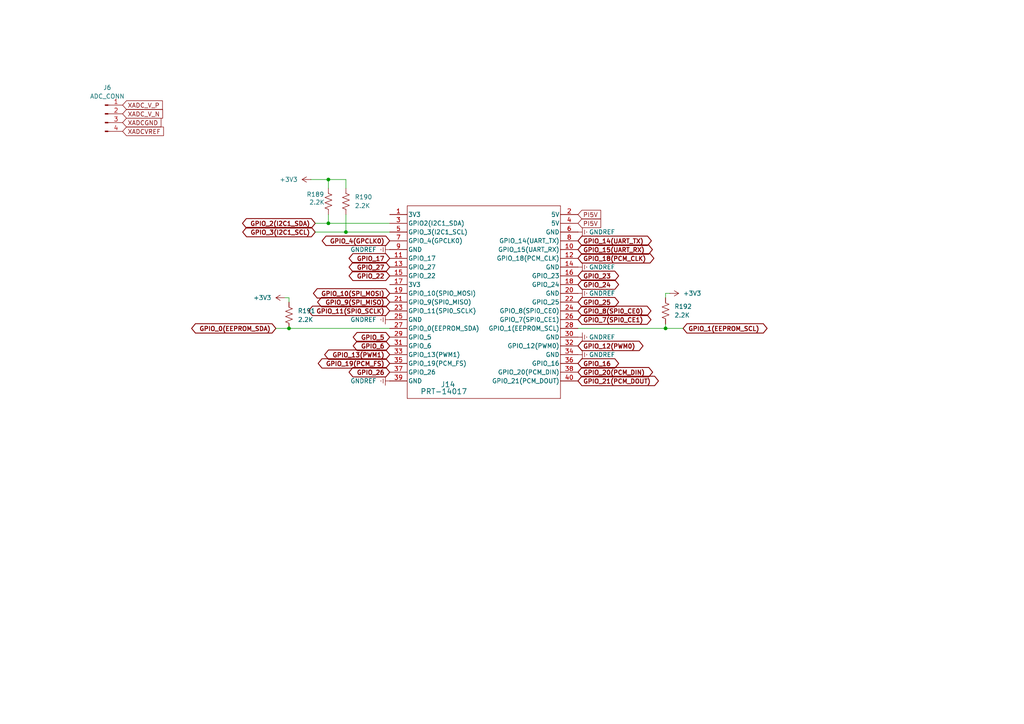
<source format=kicad_sch>
(kicad_sch (version 20231120) (generator "eeschema") (generator_version "8.0")
  (paper "A4")
  (lib_symbols
    (symbol "Connector:Conn_01x04_Pin" (pin_names (offset 1.016) hide)
      (property "Reference" "J" (at 0 5.08 0))
      (property "Value" "Conn_01x04_Pin" (at 0 -7.62 0))
      (symbol "Conn_01x04_Pin_1_1"
        (polyline (pts (xy 1.27 -5.08) (xy 0.8636 -5.08)) (stroke (width 0.1524)))
        (polyline (pts (xy 1.27 -2.54) (xy 0.8636 -2.54)) (stroke (width 0.1524)))
        (polyline (pts (xy 1.27 0) (xy 0.8636 0)) (stroke (width 0.1524)))
        (polyline (pts (xy 1.27 2.54) (xy 0.8636 2.54)) (stroke (width 0.1524)))
        (rectangle (start 0.8636 -4.953) (end 0 -5.207) (stroke (width 0.1524)) (fill (type outline)))
        (rectangle (start 0.8636 -2.413) (end 0 -2.667) (stroke (width 0.1524)) (fill (type outline)))
        (rectangle (start 0.8636 0.127) (end 0 -0.127) (stroke (width 0.1524)) (fill (type outline)))
        (rectangle (start 0.8636 2.667) (end 0 2.413) (stroke (width 0.1524)) (fill (type outline)))
        (pin passive line (at 5.08 2.54 180) (length 3.81) (name "Pin_1") (number "1"))
        (pin passive line (at 5.08 0 180) (length 3.81) (name "Pin_2") (number "2"))
        (pin passive line (at 5.08 -2.54 180) (length 3.81) (name "Pin_3") (number "3"))
        (pin passive line (at 5.08 -5.08 180) (length 3.81) (name "Pin_4") (number "4"))
      )
    )
    (symbol "Device:R_US" (pin_numbers hide) (pin_names (offset 0))
      (property "Reference" "R" (at 2.54 0 90))
      (property "Value" "R_US" (at -2.54 0 90))
      (symbol "R_US_0_1"
        (polyline (pts (xy 0 -2.286) (xy 0 -2.54)))
        (polyline (pts (xy 0 2.286) (xy 0 2.54)))
        (polyline (pts (xy 0 -0.762) (xy 1.016 -1.143) (xy 0 -1.524) (xy -1.016 -1.905) (xy 0 -2.286)))
        (polyline (pts (xy 0 0.762) (xy 1.016 0.381) (xy 0 0) (xy -1.016 -0.381) (xy 0 -0.762)))
        (polyline (pts (xy 0 2.286) (xy 1.016 1.905) (xy 0 1.524) (xy -1.016 1.143) (xy 0 0.762)))
      )
      (symbol "R_US_1_1"
        (pin passive line (at 0 3.81 270) (length 1.27) (name "~") (number "1"))
        (pin passive line (at 0 -3.81 90) (length 1.27) (name "~") (number "2"))
      )
    )
    (symbol "PRT-14017:PRT-14017" (pin_names (offset 0.254))
      (property "Reference" "J14" (at 14.732 -49.276 0))
      (property "Value" "PRT-14017" (at 8.89 -51.308 0))
      (symbol "PRT-14017_1_1"
        (polyline (pts (xy 5.08 -53.34) (xy 49.53 -53.34)))
        (polyline (pts (xy 5.08 2.54) (xy 5.08 -53.34)))
        (polyline (pts (xy 5.08 2.54) (xy 49.53 2.54)))
        (polyline (pts (xy 49.53 -53.34) (xy 49.53 2.54)))
        (pin unspecified line (at 0 0 0) (length 5.08) (name "3V3") (number "1"))
        (pin unspecified line (at 54.61 -10.16 180) (length 5.08) (name "GPIO_15(UART_RX)") (number "10"))
        (pin unspecified line (at 0 -12.7 0) (length 5.08) (name "GPIO_17") (number "11"))
        (pin unspecified line (at 54.61 -12.7 180) (length 5.08) (name "GPIO_18(PCM_CLK)") (number "12"))
        (pin unspecified line (at 0 -15.24 0) (length 5.08) (name "GPIO_27") (number "13"))
        (pin unspecified line (at 54.61 -15.24 180) (length 5.08) (name "GND") (number "14"))
        (pin unspecified line (at 0 -17.78 0) (length 5.08) (name "GPIO_22") (number "15"))
        (pin unspecified line (at 54.61 -17.78 180) (length 5.08) (name "GPIO_23") (number "16"))
        (pin unspecified line (at 0 -20.32 0) (length 5.08) (name "3V3") (number "17"))
        (pin unspecified line (at 54.61 -20.32 180) (length 5.08) (name "GPIO_24") (number "18"))
        (pin unspecified line (at 0 -22.86 0) (length 5.08) (name "GPIO_10(SPIO_MOSI)") (number "19"))
        (pin unspecified line (at 54.61 0 180) (length 5.08) (name "5V") (number "2"))
        (pin unspecified line (at 54.61 -22.86 180) (length 5.08) (name "GND") (number "20"))
        (pin unspecified line (at 0 -25.4 0) (length 5.08) (name "GPIO_9(SPI0_MISO)") (number "21"))
        (pin unspecified line (at 54.61 -25.4 180) (length 5.08) (name "GPIO_25") (number "22"))
        (pin unspecified line (at 0 -27.94 0) (length 5.08) (name "GPIO_11(SPI0_SCLK)") (number "23"))
        (pin unspecified line (at 54.61 -27.94 180) (length 5.08) (name "GPIO_8(SPI0_CE0)") (number "24"))
        (pin unspecified line (at 0 -30.48 0) (length 5.08) (name "GND") (number "25"))
        (pin unspecified line (at 54.61 -30.48 180) (length 5.08) (name "GPIO_7(SPI0_CE1)") (number "26"))
        (pin unspecified line (at 0 -33.02 0) (length 5.08) (name "GPIO_0(EEPROM_SDA)") (number "27"))
        (pin unspecified line (at 54.61 -33.02 180) (length 5.08) (name "GPIO_1(EEPROM_SCL)") (number "28"))
        (pin unspecified line (at 0 -35.56 0) (length 5.08) (name "GPIO_5") (number "29"))
        (pin unspecified line (at 0 -2.54 0) (length 5.08) (name "GPIO2(I2C1_SDA)") (number "3"))
        (pin unspecified line (at 54.61 -35.56 180) (length 5.08) (name "GND") (number "30"))
        (pin unspecified line (at 0 -38.1 0) (length 5.08) (name "GPIO_6") (number "31"))
        (pin unspecified line (at 54.61 -38.1 180) (length 5.08) (name "GPIO_12(PWM0)") (number "32"))
        (pin unspecified line (at 0 -40.64 0) (length 5.08) (name "GPIO_13(PWM1)") (number "33"))
        (pin unspecified line (at 54.61 -40.64 180) (length 5.08) (name "GND") (number "34"))
        (pin unspecified line (at 0 -43.18 0) (length 5.08) (name "GPIO_19(PCM_FS)") (number "35"))
        (pin unspecified line (at 54.61 -43.18 180) (length 5.08) (name "GPIO_16") (number "36"))
        (pin unspecified line (at 0 -45.72 0) (length 5.08) (name "GPIO_26") (number "37"))
        (pin unspecified line (at 54.61 -45.72 180) (length 5.08) (name "GPIO_20(PCM_DIN)") (number "38"))
        (pin unspecified line (at 0 -48.26 0) (length 5.08) (name "GND") (number "39"))
        (pin unspecified line (at 54.61 -2.54 180) (length 5.08) (name "5V") (number "4"))
        (pin unspecified line (at 54.61 -48.26 180) (length 5.08) (name "GPIO_21(PCM_DOUT)") (number "40"))
        (pin unspecified line (at 0 -5.08 0) (length 5.08) (name "GPIO_3(I2C1_SCL)") (number "5"))
        (pin unspecified line (at 54.61 -5.08 180) (length 5.08) (name "GND") (number "6"))
        (pin unspecified line (at 0 -7.62 0) (length 5.08) (name "GPIO_4(GPCLK0)") (number "7"))
        (pin unspecified line (at 54.61 -7.62 180) (length 5.08) (name "GPIO_14(UART_TX)") (number "8"))
        (pin unspecified line (at 0 -10.16 0) (length 5.08) (name "GND") (number "9"))
      )
      (symbol "PRT-14017_1_2"
        (polyline (pts (xy 5.08 -101.6) (xy 12.7 -101.6)) (stroke (width 0.127)))
        (polyline (pts (xy 5.08 2.54) (xy 5.08 -101.6)) (stroke (width 0.127)))
        (polyline (pts (xy 7.62 -99.06) (xy 5.08 -99.06)) (stroke (width 0.127)))
        (polyline (pts (xy 7.62 -99.06) (xy 8.89 -99.9067)) (stroke (width 0.127)))
        (polyline (pts (xy 7.62 -99.06) (xy 8.89 -98.2133)) (stroke (width 0.127)))
        (polyline (pts (xy 7.62 -96.52) (xy 5.08 -96.52)) (stroke (width 0.127)))
        (polyline (pts (xy 7.62 -96.52) (xy 8.89 -97.3667)) (stroke (width 0.127)))
        (polyline (pts (xy 7.62 -96.52) (xy 8.89 -95.6733)) (stroke (width 0.127)))
        (polyline (pts (xy 7.62 -93.98) (xy 5.08 -93.98)) (stroke (width 0.127)))
        (polyline (pts (xy 7.62 -93.98) (xy 8.89 -94.8267)) (stroke (width 0.127)))
        (polyline (pts (xy 7.62 -93.98) (xy 8.89 -93.1333)) (stroke (width 0.127)))
        (polyline (pts (xy 7.62 -91.44) (xy 5.08 -91.44)) (stroke (width 0.127)))
        (polyline (pts (xy 7.62 -91.44) (xy 8.89 -92.2867)) (stroke (width 0.127)))
        (polyline (pts (xy 7.62 -91.44) (xy 8.89 -90.5933)) (stroke (width 0.127)))
        (polyline (pts (xy 7.62 -88.9) (xy 5.08 -88.9)) (stroke (width 0.127)))
        (polyline (pts (xy 7.62 -88.9) (xy 8.89 -89.7467)) (stroke (width 0.127)))
        (polyline (pts (xy 7.62 -88.9) (xy 8.89 -88.0533)) (stroke (width 0.127)))
        (polyline (pts (xy 7.62 -86.36) (xy 5.08 -86.36)) (stroke (width 0.127)))
        (polyline (pts (xy 7.62 -86.36) (xy 8.89 -87.2067)) (stroke (width 0.127)))
        (polyline (pts (xy 7.62 -86.36) (xy 8.89 -85.5133)) (stroke (width 0.127)))
        (polyline (pts (xy 7.62 -83.82) (xy 5.08 -83.82)) (stroke (width 0.127)))
        (polyline (pts (xy 7.62 -83.82) (xy 8.89 -84.6667)) (stroke (width 0.127)))
        (polyline (pts (xy 7.62 -83.82) (xy 8.89 -82.9733)) (stroke (width 0.127)))
        (polyline (pts (xy 7.62 -81.28) (xy 5.08 -81.28)) (stroke (width 0.127)))
        (polyline (pts (xy 7.62 -81.28) (xy 8.89 -82.1267)) (stroke (width 0.127)))
        (polyline (pts (xy 7.62 -81.28) (xy 8.89 -80.4333)) (stroke (width 0.127)))
        (polyline (pts (xy 7.62 -78.74) (xy 5.08 -78.74)) (stroke (width 0.127)))
        (polyline (pts (xy 7.62 -78.74) (xy 8.89 -79.5867)) (stroke (width 0.127)))
        (polyline (pts (xy 7.62 -78.74) (xy 8.89 -77.8933)) (stroke (width 0.127)))
        (polyline (pts (xy 7.62 -76.2) (xy 5.08 -76.2)) (stroke (width 0.127)))
        (polyline (pts (xy 7.62 -76.2) (xy 8.89 -77.0467)) (stroke (width 0.127)))
        (polyline (pts (xy 7.62 -76.2) (xy 8.89 -75.3533)) (stroke (width 0.127)))
        (polyline (pts (xy 7.62 -73.66) (xy 5.08 -73.66)) (stroke (width 0.127)))
        (polyline (pts (xy 7.62 -73.66) (xy 8.89 -74.5067)) (stroke (width 0.127)))
        (polyline (pts (xy 7.62 -73.66) (xy 8.89 -72.8133)) (stroke (width 0.127)))
        (polyline (pts (xy 7.62 -71.12) (xy 5.08 -71.12)) (stroke (width 0.127)))
        (polyline (pts (xy 7.62 -71.12) (xy 8.89 -71.9667)) (stroke (width 0.127)))
        (polyline (pts (xy 7.62 -71.12) (xy 8.89 -70.2733)) (stroke (width 0.127)))
        (polyline (pts (xy 7.62 -68.58) (xy 5.08 -68.58)) (stroke (width 0.127)))
        (polyline (pts (xy 7.62 -68.58) (xy 8.89 -69.4267)) (stroke (width 0.127)))
        (polyline (pts (xy 7.62 -68.58) (xy 8.89 -67.7333)) (stroke (width 0.127)))
        (polyline (pts (xy 7.62 -66.04) (xy 5.08 -66.04)) (stroke (width 0.127)))
        (polyline (pts (xy 7.62 -66.04) (xy 8.89 -66.8867)) (stroke (width 0.127)))
        (polyline (pts (xy 7.62 -66.04) (xy 8.89 -65.1933)) (stroke (width 0.127)))
        (polyline (pts (xy 7.62 -63.5) (xy 5.08 -63.5)) (stroke (width 0.127)))
        (polyline (pts (xy 7.62 -63.5) (xy 8.89 -64.3467)) (stroke (width 0.127)))
        (polyline (pts (xy 7.62 -63.5) (xy 8.89 -62.6533)) (stroke (width 0.127)))
        (polyline (pts (xy 7.62 -60.96) (xy 5.08 -60.96)) (stroke (width 0.127)))
        (polyline (pts (xy 7.62 -60.96) (xy 8.89 -61.8067)) (stroke (width 0.127)))
        (polyline (pts (xy 7.62 -60.96) (xy 8.89 -60.1133)) (stroke (width 0.127)))
        (polyline (pts (xy 7.62 -58.42) (xy 5.08 -58.42)) (stroke (width 0.127)))
        (polyline (pts (xy 7.62 -58.42) (xy 8.89 -59.2667)) (stroke (width 0.127)))
        (polyline (pts (xy 7.62 -58.42) (xy 8.89 -57.5733)) (stroke (width 0.127)))
        (polyline (pts (xy 7.62 -55.88) (xy 5.08 -55.88)) (stroke (width 0.127)))
        (polyline (pts (xy 7.62 -55.88) (xy 8.89 -56.7267)) (stroke (width 0.127)))
        (polyline (pts (xy 7.62 -55.88) (xy 8.89 -55.0333)) (stroke (width 0.127)))
        (polyline (pts (xy 7.62 -53.34) (xy 5.08 -53.34)) (stroke (width 0.127)))
        (polyline (pts (xy 7.62 -53.34) (xy 8.89 -54.1867)) (stroke (width 0.127)))
        (polyline (pts (xy 7.62 -53.34) (xy 8.89 -52.4933)) (stroke (width 0.127)))
        (polyline (pts (xy 7.62 -50.8) (xy 5.08 -50.8)) (stroke (width 0.127)))
        (polyline (pts (xy 7.62 -50.8) (xy 8.89 -51.6467)) (stroke (width 0.127)))
        (polyline (pts (xy 7.62 -50.8) (xy 8.89 -49.9533)) (stroke (width 0.127)))
        (polyline (pts (xy 7.62 -48.26) (xy 5.08 -48.26)) (stroke (width 0.127)))
        (polyline (pts (xy 7.62 -48.26) (xy 8.89 -49.1067)) (stroke (width 0.127)))
        (polyline (pts (xy 7.62 -48.26) (xy 8.89 -47.4133)) (stroke (width 0.127)))
        (polyline (pts (xy 7.62 -45.72) (xy 5.08 -45.72)) (stroke (width 0.127)))
        (polyline (pts (xy 7.62 -45.72) (xy 8.89 -46.5667)) (stroke (width 0.127)))
        (polyline (pts (xy 7.62 -45.72) (xy 8.89 -44.8733)) (stroke (width 0.127)))
        (polyline (pts (xy 7.62 -43.18) (xy 5.08 -43.18)) (stroke (width 0.127)))
        (polyline (pts (xy 7.62 -43.18) (xy 8.89 -44.0267)) (stroke (width 0.127)))
        (polyline (pts (xy 7.62 -43.18) (xy 8.89 -42.3333)) (stroke (width 0.127)))
        (polyline (pts (xy 7.62 -40.64) (xy 5.08 -40.64)) (stroke (width 0.127)))
        (polyline (pts (xy 7.62 -40.64) (xy 8.89 -41.4867)) (stroke (width 0.127)))
        (polyline (pts (xy 7.62 -40.64) (xy 8.89 -39.7933)) (stroke (width 0.127)))
        (polyline (pts (xy 7.62 -38.1) (xy 5.08 -38.1)) (stroke (width 0.127)))
        (polyline (pts (xy 7.62 -38.1) (xy 8.89 -38.9467)) (stroke (width 0.127)))
        (polyline (pts (xy 7.62 -38.1) (xy 8.89 -37.2533)) (stroke (width 0.127)))
        (polyline (pts (xy 7.62 -35.56) (xy 5.08 -35.56)) (stroke (width 0.127)))
        (polyline (pts (xy 7.62 -35.56) (xy 8.89 -36.4067)) (stroke (width 0.127)))
        (polyline (pts (xy 7.62 -35.56) (xy 8.89 -34.7133)) (stroke (width 0.127)))
        (polyline (pts (xy 7.62 -33.02) (xy 5.08 -33.02)) (stroke (width 0.127)))
        (polyline (pts (xy 7.62 -33.02) (xy 8.89 -33.8667)) (stroke (width 0.127)))
        (polyline (pts (xy 7.62 -33.02) (xy 8.89 -32.1733)) (stroke (width 0.127)))
        (polyline (pts (xy 7.62 -30.48) (xy 5.08 -30.48)) (stroke (width 0.127)))
        (polyline (pts (xy 7.62 -30.48) (xy 8.89 -31.3267)) (stroke (width 0.127)))
        (polyline (pts (xy 7.62 -30.48) (xy 8.89 -29.6333)) (stroke (width 0.127)))
        (polyline (pts (xy 7.62 -27.94) (xy 5.08 -27.94)) (stroke (width 0.127)))
        (polyline (pts (xy 7.62 -27.94) (xy 8.89 -28.7867)) (stroke (width 0.127)))
        (polyline (pts (xy 7.62 -27.94) (xy 8.89 -27.0933)) (stroke (width 0.127)))
        (polyline (pts (xy 7.62 -25.4) (xy 5.08 -25.4)) (stroke (width 0.127)))
        (polyline (pts (xy 7.62 -25.4) (xy 8.89 -26.2467)) (stroke (width 0.127)))
        (polyline (pts (xy 7.62 -25.4) (xy 8.89 -24.5533)) (stroke (width 0.127)))
        (polyline (pts (xy 7.62 -22.86) (xy 5.08 -22.86)) (stroke (width 0.127)))
        (polyline (pts (xy 7.62 -22.86) (xy 8.89 -23.7067)) (stroke (width 0.127)))
        (polyline (pts (xy 7.62 -22.86) (xy 8.89 -22.0133)) (stroke (width 0.127)))
        (polyline (pts (xy 7.62 -20.32) (xy 5.08 -20.32)) (stroke (width 0.127)))
        (polyline (pts (xy 7.62 -20.32) (xy 8.89 -21.1667)) (stroke (width 0.127)))
        (polyline (pts (xy 7.62 -20.32) (xy 8.89 -19.4733)) (stroke (width 0.127)))
        (polyline (pts (xy 7.62 -17.78) (xy 5.08 -17.78)) (stroke (width 0.127)))
        (polyline (pts (xy 7.62 -17.78) (xy 8.89 -18.6267)) (stroke (width 0.127)))
        (polyline (pts (xy 7.62 -17.78) (xy 8.89 -16.9333)) (stroke (width 0.127)))
        (polyline (pts (xy 7.62 -15.24) (xy 5.08 -15.24)) (stroke (width 0.127)))
        (polyline (pts (xy 7.62 -15.24) (xy 8.89 -16.0867)) (stroke (width 0.127)))
        (polyline (pts (xy 7.62 -15.24) (xy 8.89 -14.3933)) (stroke (width 0.127)))
        (polyline (pts (xy 7.62 -12.7) (xy 5.08 -12.7)) (stroke (width 0.127)))
        (polyline (pts (xy 7.62 -12.7) (xy 8.89 -13.5467)) (stroke (width 0.127)))
        (polyline (pts (xy 7.62 -12.7) (xy 8.89 -11.8533)) (stroke (width 0.127)))
        (polyline (pts (xy 7.62 -10.16) (xy 5.08 -10.16)) (stroke (width 0.127)))
        (polyline (pts (xy 7.62 -10.16) (xy 8.89 -11.0067)) (stroke (width 0.127)))
        (polyline (pts (xy 7.62 -10.16) (xy 8.89 -9.3133)) (stroke (width 0.127)))
        (polyline (pts (xy 7.62 -7.62) (xy 5.08 -7.62)) (stroke (width 0.127)))
        (polyline (pts (xy 7.62 -7.62) (xy 8.89 -8.4667)) (stroke (width 0.127)))
        (polyline (pts (xy 7.62 -7.62) (xy 8.89 -6.7733)) (stroke (width 0.127)))
        (polyline (pts (xy 7.62 -5.08) (xy 5.08 -5.08)) (stroke (width 0.127)))
        (polyline (pts (xy 7.62 -5.08) (xy 8.89 -5.9267)) (stroke (width 0.127)))
        (polyline (pts (xy 7.62 -5.08) (xy 8.89 -4.2333)) (stroke (width 0.127)))
        (polyline (pts (xy 7.62 -2.54) (xy 5.08 -2.54)) (stroke (width 0.127)))
        (polyline (pts (xy 7.62 -2.54) (xy 8.89 -3.3867)) (stroke (width 0.127)))
        (polyline (pts (xy 7.62 -2.54) (xy 8.89 -1.6933)) (stroke (width 0.127)))
        (polyline (pts (xy 7.62 0) (xy 5.08 0)) (stroke (width 0.127)))
        (polyline (pts (xy 7.62 0) (xy 8.89 -0.8467)) (stroke (width 0.127)))
        (polyline (pts (xy 7.62 0) (xy 8.89 0.8467)) (stroke (width 0.127)))
        (polyline (pts (xy 12.7 -101.6) (xy 12.7 2.54)) (stroke (width 0.127)))
        (polyline (pts (xy 12.7 2.54) (xy 5.08 2.54)) (stroke (width 0.127)))
        (pin unspecified line (at 0 0 0) (length 5.08) (name "1") (number "1"))
        (pin unspecified line (at 0 -60.96 0) (length 5.08) (name "10") (number "10"))
        (pin unspecified line (at 0 -12.7 0) (length 5.08) (name "11") (number "11"))
        (pin unspecified line (at 0 -63.5 0) (length 5.08) (name "12") (number "12"))
        (pin unspecified line (at 0 -15.24 0) (length 5.08) (name "13") (number "13"))
        (pin unspecified line (at 0 -66.04 0) (length 5.08) (name "14") (number "14"))
        (pin unspecified line (at 0 -17.78 0) (length 5.08) (name "15") (number "15"))
        (pin unspecified line (at 0 -68.58 0) (length 5.08) (name "16") (number "16"))
        (pin unspecified line (at 0 -20.32 0) (length 5.08) (name "17") (number "17"))
        (pin unspecified line (at 0 -71.12 0) (length 5.08) (name "18") (number "18"))
        (pin unspecified line (at 0 -22.86 0) (length 5.08) (name "19") (number "19"))
        (pin unspecified line (at 0 -50.8 0) (length 5.08) (name "2") (number "2"))
        (pin unspecified line (at 0 -73.66 0) (length 5.08) (name "20") (number "20"))
        (pin unspecified line (at 0 -25.4 0) (length 5.08) (name "21") (number "21"))
        (pin unspecified line (at 0 -76.2 0) (length 5.08) (name "22") (number "22"))
        (pin unspecified line (at 0 -27.94 0) (length 5.08) (name "23") (number "23"))
        (pin unspecified line (at 0 -78.74 0) (length 5.08) (name "24") (number "24"))
        (pin unspecified line (at 0 -30.48 0) (length 5.08) (name "25") (number "25"))
        (pin unspecified line (at 0 -81.28 0) (length 5.08) (name "26") (number "26"))
        (pin unspecified line (at 0 -33.02 0) (length 5.08) (name "27") (number "27"))
        (pin unspecified line (at 0 -83.82 0) (length 5.08) (name "28") (number "28"))
        (pin unspecified line (at 0 -35.56 0) (length 5.08) (name "29") (number "29"))
        (pin unspecified line (at 0 -2.54 0) (length 5.08) (name "3") (number "3"))
        (pin unspecified line (at 0 -86.36 0) (length 5.08) (name "30") (number "30"))
        (pin unspecified line (at 0 -38.1 0) (length 5.08) (name "31") (number "31"))
        (pin unspecified line (at 0 -88.9 0) (length 5.08) (name "32") (number "32"))
        (pin unspecified line (at 0 -40.64 0) (length 5.08) (name "33") (number "33"))
        (pin unspecified line (at 0 -91.44 0) (length 5.08) (name "34") (number "34"))
        (pin unspecified line (at 0 -43.18 0) (length 5.08) (name "35") (number "35"))
        (pin unspecified line (at 0 -93.98 0) (length 5.08) (name "36") (number "36"))
        (pin unspecified line (at 0 -45.72 0) (length 5.08) (name "37") (number "37"))
        (pin unspecified line (at 0 -96.52 0) (length 5.08) (name "38") (number "38"))
        (pin unspecified line (at 0 -48.26 0) (length 5.08) (name "39") (number "39"))
        (pin unspecified line (at 0 -53.34 0) (length 5.08) (name "4") (number "4"))
        (pin unspecified line (at 0 -99.06 0) (length 5.08) (name "40") (number "40"))
        (pin unspecified line (at 0 -5.08 0) (length 5.08) (name "5") (number "5"))
        (pin unspecified line (at 0 -55.88 0) (length 5.08) (name "6") (number "6"))
        (pin unspecified line (at 0 -7.62 0) (length 5.08) (name "7") (number "7"))
        (pin unspecified line (at 0 -58.42 0) (length 5.08) (name "8") (number "8"))
        (pin unspecified line (at 0 -10.16 0) (length 5.08) (name "9") (number "9"))
      )
    )
    (symbol "power:+3V3" (power) (pin_numbers hide) (pin_names (offset 0) hide)
      (property "Value" "+3V3" (at 0 3.556 0))
      (symbol "+3V3_0_1"
        (polyline (pts (xy -0.762 1.27) (xy 0 2.54)))
        (polyline (pts (xy 0 0) (xy 0 2.54)))
        (polyline (pts (xy 0 2.54) (xy 0.762 1.27)))
      )
      (symbol "+3V3_1_1"
        (pin power_in line (at 0 0 90) (length 0) (name "~") (number "1"))
      )
    )
    (symbol "power:GNDREF" (power) (pin_numbers hide) (pin_names (offset 0) hide)
      (property "Value" "GNDREF" (at 0 -3.81 0))
      (symbol "GNDREF_0_1"
        (polyline (pts (xy -0.635 -1.905) (xy 0.635 -1.905)))
        (polyline (pts (xy -0.127 -2.54) (xy 0.127 -2.54)))
        (polyline (pts (xy 0 -1.27) (xy 0 0)))
        (polyline (pts (xy 1.27 -1.27) (xy -1.27 -1.27)))
      )
      (symbol "GNDREF_1_1"
        (pin power_in line (at 0 0 270) (length 0) (name "~") (number "1"))
      )
    )
  )
  (junction (at 95.25 52.07))
  (junction (at 100.33 67.31))
  (junction (at 83.82 95.25))
  (junction (at 193.04 95.25))
  (junction (at 95.25 64.77))
  (wire (pts (xy 95.25 52.07) (xy 90.17 52.07)))
  (wire (pts (xy 82.55 86.36) (xy 83.82 86.36)))
  (wire (pts (xy 91.44 64.77) (xy 95.25 64.77)))
  (wire (pts (xy 100.33 67.31) (xy 113.03 67.31)))
  (wire (pts (xy 95.25 62.23) (xy 95.25 64.77)))
  (wire (pts (xy 95.25 54.61) (xy 95.25 52.07)))
  (wire (pts (xy 193.04 86.36) (xy 193.04 85.09)))
  (wire (pts (xy 91.44 67.31) (xy 100.33 67.31)))
  (wire (pts (xy 83.82 95.25) (xy 113.03 95.25)))
  (wire (pts (xy 100.33 52.07) (xy 95.25 52.07)))
  (wire (pts (xy 83.82 86.36) (xy 83.82 87.63)))
  (wire (pts (xy 95.25 64.77) (xy 113.03 64.77)))
  (wire (pts (xy 100.33 54.61) (xy 100.33 52.07)))
  (wire (pts (xy 193.04 85.09) (xy 194.31 85.09)))
  (wire (pts (xy 80.01 95.25) (xy 83.82 95.25)))
  (wire (pts (xy 193.04 93.98) (xy 193.04 95.25)))
  (wire (pts (xy 198.12 95.25) (xy 193.04 95.25)))
  (wire (pts (xy 100.33 62.23) (xy 100.33 67.31)))
  (wire (pts (xy 193.04 95.25) (xy 167.64 95.25)))
  (global_label "GPIO_5" (shape bidirectional) (at 113.03 97.79 180) (effects (font (thickness 0.254) (bold yes))) (property "Intersheetrefs" "${INTERSHEET_REFS}" (effects (hide yes))))
  (global_label "XADCVREF" (shape input) (at 35.56 38.1 0) (property "Intersheetrefs" "${INTERSHEET_REFS}" (effects (hide yes))))
  (global_label "GPIO_13(PWM1)" (shape bidirectional) (at 113.03 102.87 180) (effects (font (thickness 0.254) (bold yes))) (property "Intersheetrefs" "${INTERSHEET_REFS}" (effects (hide yes))))
  (global_label "GPIO_25" (shape bidirectional) (at 167.64 87.63 0) (effects (font (thickness 0.254) (bold yes))) (property "Intersheetrefs" "${INTERSHEET_REFS}" (effects (hide yes))))
  (global_label "PI5V" (shape input) (at 167.64 64.77 0) (property "Intersheetrefs" "${INTERSHEET_REFS}" (effects (hide yes))))
  (global_label "GPIO_15(UART_RX)" (shape bidirectional) (at 167.64 72.39 0) (effects (font (thickness 0.254) (bold yes))) (property "Intersheetrefs" "${INTERSHEET_REFS}" (effects (hide yes))))
  (global_label "GPIO_24" (shape bidirectional) (at 167.64 82.55 0) (effects (font (thickness 0.254) (bold yes))) (property "Intersheetrefs" "${INTERSHEET_REFS}" (effects (hide yes))))
  (global_label "GPIO_21(PCM_DOUT)" (shape bidirectional) (at 167.64 110.49 0) (effects (font (thickness 0.254) (bold yes))) (property "Intersheetrefs" "${INTERSHEET_REFS}" (effects (hide yes))))
  (global_label "GPIO_27" (shape bidirectional) (at 113.03 77.47 180) (effects (font (thickness 0.254) (bold yes))) (property "Intersheetrefs" "${INTERSHEET_REFS}" (effects (hide yes))))
  (global_label "XADCGND" (shape input) (at 35.56 35.56 0) (property "Intersheetrefs" "${INTERSHEET_REFS}" (effects (hide yes))))
  (global_label "GPIO_26" (shape bidirectional) (at 113.03 107.95 180) (effects (font (thickness 0.254) (bold yes))) (property "Intersheetrefs" "${INTERSHEET_REFS}" (effects (hide yes))))
  (global_label "GPIO_16" (shape bidirectional) (at 167.64 105.41 0) (effects (font (thickness 0.254) (bold yes))) (property "Intersheetrefs" "${INTERSHEET_REFS}" (effects (hide yes))))
  (global_label "GPIO_9(SPI_MISO)" (shape bidirectional) (at 113.03 87.63 180) (effects (font (thickness 0.254) (bold yes))) (property "Intersheetrefs" "${INTERSHEET_REFS}" (effects (hide yes))))
  (global_label "GPIO_10(SPI_MOSI)" (shape bidirectional) (at 113.03 85.09 180) (effects (font (thickness 0.254) (bold yes))) (property "Intersheetrefs" "${INTERSHEET_REFS}" (effects (hide yes))))
  (global_label "GPIO_11(SPI0_SCLK)" (shape bidirectional) (at 113.03 90.17 180) (effects (font (thickness 0.254) (bold yes))) (property "Intersheetrefs" "${INTERSHEET_REFS}" (effects (hide yes))))
  (global_label "GPIO_22" (shape bidirectional) (at 113.03 80.01 180) (effects (font (thickness 0.254) (bold yes))) (property "Intersheetrefs" "${INTERSHEET_REFS}" (effects (hide yes))))
  (global_label "GPIO_1(EEPROM_SCL)" (shape bidirectional) (at 198.12 95.25 0) (effects (font (thickness 0.254) (bold yes))) (property "Intersheetrefs" "${INTERSHEET_REFS}" (effects (hide yes))))
  (global_label "GPIO_4(GPCLK0)" (shape bidirectional) (at 113.03 69.85 180) (effects (font (thickness 0.254) (bold yes))) (property "Intersheetrefs" "${INTERSHEET_REFS}" (effects (hide yes))))
  (global_label "GPIO_19(PCM_FS)" (shape bidirectional) (at 113.03 105.41 180) (effects (font (thickness 0.254) (bold yes))) (property "Intersheetrefs" "${INTERSHEET_REFS}" (effects (hide yes))))
  (global_label "GPIO_3(I2C1_SCL)" (shape bidirectional) (at 91.44 67.31 180) (effects (font (thickness 0.254) (bold yes))) (property "Intersheetrefs" "${INTERSHEET_REFS}" (effects (hide yes))))
  (global_label "PI5V" (shape input) (at 167.64 62.23 0) (property "Intersheetrefs" "${INTERSHEET_REFS}" (effects (hide yes))))
  (global_label "GPIO_17" (shape bidirectional) (at 113.03 74.93 180) (effects (font (thickness 0.254) (bold yes))) (property "Intersheetrefs" "${INTERSHEET_REFS}" (effects (hide yes))))
  (global_label "XADC_V_P" (shape input) (at 35.56 30.48 0) (property "Intersheetrefs" "${INTERSHEET_REFS}" (effects (hide yes))))
  (global_label "GPIO_8(SPI0_CE0)" (shape bidirectional) (at 167.64 90.17 0) (effects (font (thickness 0.254) (bold yes))) (property "Intersheetrefs" "${INTERSHEET_REFS}" (effects (hide yes))))
  (global_label "GPIO_23" (shape bidirectional) (at 167.64 80.01 0) (effects (font (thickness 0.254) (bold yes))) (property "Intersheetrefs" "${INTERSHEET_REFS}" (effects (hide yes))))
  (global_label "GPIO_7(SPI0_CE1)" (shape bidirectional) (at 167.64 92.71 0) (effects (font (thickness 0.254) (bold yes))) (property "Intersheetrefs" "${INTERSHEET_REFS}" (effects (hide yes))))
  (global_label "GPIO_12(PWM0)" (shape bidirectional) (at 167.64 100.33 0) (effects (font (thickness 0.254) (bold yes))) (property "Intersheetrefs" "${INTERSHEET_REFS}" (effects (hide yes))))
  (global_label "GPIO_18(PCM_CLK)" (shape bidirectional) (at 167.64 74.93 0) (effects (font (thickness 0.254) (bold yes))) (property "Intersheetrefs" "${INTERSHEET_REFS}" (effects (hide yes))))
  (global_label "GPIO_20(PCM_DIN)" (shape bidirectional) (at 167.64 107.95 0) (effects (font (thickness 0.254) (bold yes))) (property "Intersheetrefs" "${INTERSHEET_REFS}" (effects (hide yes))))
  (global_label "XADC_V_N" (shape input) (at 35.56 33.02 0) (property "Intersheetrefs" "${INTERSHEET_REFS}" (effects (hide yes))))
  (global_label "GPIO_0(EEPROM_SDA)" (shape bidirectional) (at 80.01 95.25 180) (effects (font (thickness 0.254) (bold yes))) (property "Intersheetrefs" "${INTERSHEET_REFS}" (effects (hide yes))))
  (global_label "GPIO_2(I2C1_SDA)" (shape bidirectional) (at 91.44 64.77 180) (effects (font (thickness 0.254) (bold yes))) (property "Intersheetrefs" "${INTERSHEET_REFS}" (effects (hide yes))))
  (global_label "GPIO_14(UART_TX)" (shape bidirectional) (at 167.64 69.85 0) (effects (font (thickness 0.254) (bold yes))) (property "Intersheetrefs" "${INTERSHEET_REFS}" (effects (hide yes))))
  (global_label "GPIO_6" (shape bidirectional) (at 113.03 100.33 180) (effects (font (thickness 0.254) (bold yes))) (property "Intersheetrefs" "${INTERSHEET_REFS}" (effects (hide yes))))
  (symbol (lib_id "power:GNDREF") (at 167.64 77.47 90) (unit 1)
    (property "Reference" "#PWR0229" (effects (hide yes)))
    (property "Value" "GNDREF" (at 170.8248 77.4699 90) (effects (justify right)))
    (property "Description" "Power symbol creates a global label with name \"GNDREF\" , reference supply ground" (effects (hide yes)))
  )
  (symbol (lib_id "power:GNDREF") (at 167.64 102.87 90) (unit 1)
    (property "Reference" "#PWR0232" (effects (hide yes)))
    (property "Value" "GNDREF" (at 170.8248 102.8699 90) (effects (justify right)))
    (property "Description" "Power symbol creates a global label with name \"GNDREF\" , reference supply ground" (effects (hide yes)))
  )
  (symbol (lib_id "power:GNDREF") (at 113.03 72.39 270) (unit 1)
    (property "Reference" "#PWR0234" (effects (hide yes)))
    (property "Value" "GNDREF" (at 109.22 72.3899 90) (effects (justify right)))
    (property "Description" "Power symbol creates a global label with name \"GNDREF\" , reference supply ground" (effects (hide yes)))
  )
  (symbol (lib_id "power:+3V3") (at 90.17 52.07 90) (unit 1)
    (property "Reference" "#PWR0222" (effects (hide yes)))
    (property "Value" "+3V3" (at 86.36 52.0699 90) (effects (justify left)))
    (property "Description" "Power symbol creates a global label with name \"+3V3\"" (effects (hide yes)))
  )
  (symbol (lib_id "power:GNDREF") (at 167.64 67.31 90) (unit 1)
    (property "Reference" "#PWR0231" (effects (hide yes)))
    (property "Value" "GNDREF" (at 170.8248 67.3099 90) (effects (justify right)))
    (property "Description" "Power symbol creates a global label with name \"GNDREF\" , reference supply ground" (effects (hide yes)))
  )
  (symbol (lib_id "power:+3V3") (at 82.55 86.36 90) (unit 1)
    (property "Reference" "#PWR0237" (effects (hide yes)))
    (property "Value" "+3V3" (at 78.74 86.3599 90) (effects (justify left)))
    (property "Description" "Power symbol creates a global label with name \"+3V3\"" (effects (hide yes)))
  )
  (symbol (lib_id "power:GNDREF") (at 113.03 110.49 270) (unit 1)
    (property "Reference" "#PWR0225" (effects (hide yes)))
    (property "Value" "GNDREF" (at 109.22 110.4899 90) (effects (justify right)))
    (property "Description" "Power symbol creates a global label with name \"GNDREF\" , reference supply ground" (effects (hide yes)))
  )
  (symbol (lib_id "power:+3V3") (at 194.31 85.09 270) (unit 1)
    (property "Reference" "#PWR0238" (effects (hide yes)))
    (property "Value" "+3V3" (at 198.12 85.0899 90) (effects (justify left)))
    (property "Description" "Power symbol creates a global label with name \"+3V3\"" (effects (hide yes)))
  )
  (symbol (lib_id "PRT-14017:PRT-14017") (at 113.03 62.23 0) (unit 1)
    (property "Reference" "J14" (at 127.762 111.506 0) (effects (font (size 1.524 1.524)) (justify left)))
    (property "Value" "PRT-14017" (at 121.92 113.538 0) (effects (font (size 1.524 1.524)) (justify left)))
    (property "Footprint" "footprints:CONN_PRT-14017_SPK" (effects (hide yes)))
    (property "Datasheet" "PRT-14017" (effects (hide yes)))
    (property "LCSC PN" "digi/mouser" (effects (hide yes)))
  )
  (symbol (lib_id "power:GNDREF") (at 167.64 85.09 90) (unit 1)
    (property "Reference" "#PWR0230" (effects (hide yes)))
    (property "Value" "GNDREF" (at 170.8248 85.0899 90) (effects (justify right)))
    (property "Description" "Power symbol creates a global label with name \"GNDREF\" , reference supply ground" (effects (hide yes)))
  )
  (symbol (lib_id "power:GNDREF") (at 167.64 97.79 90) (unit 1)
    (property "Reference" "#PWR0228" (effects (hide yes)))
    (property "Value" "GNDREF" (at 170.8248 97.7899 90) (effects (justify right)))
    (property "Description" "Power symbol creates a global label with name \"GNDREF\" , reference supply ground" (effects (hide yes)))
  )
  (symbol (lib_id "Device:R_US") (at 95.25 58.42 180) (unit 1)
    (property "Reference" "R189" (at 88.9 56.388 0) (effects (justify right)))
    (property "Value" "2.2K" (at 89.662 58.674 0) (effects (justify right)))
    (property "Footprint" "footprints:R_0402" (effects (hide yes)))
    (property "Description" "Resistor, US symbol" (effects (hide yes)))
    (property "LCSC PN" "c114762" (effects (hide yes)))
  )
  (symbol (lib_id "Device:R_US") (at 193.04 90.17 180) (unit 1)
    (property "Reference" "R192" (at 195.58 88.8999 0) (effects (justify right)))
    (property "Value" "2.2K" (at 195.58 91.4399 0) (effects (justify right)))
    (property "Footprint" "footprints:R_0402" (effects (hide yes)))
    (property "Description" "Resistor, US symbol" (effects (hide yes)))
    (property "LCSC PN" "c114762" (effects (hide yes)))
  )
  (symbol (lib_id "Device:R_US") (at 83.82 91.44 180) (unit 1)
    (property "Reference" "R191" (at 86.36 90.1699 0) (effects (justify right)))
    (property "Value" "2.2K" (at 86.36 92.7099 0) (effects (justify right)))
    (property "Footprint" "footprints:R_0402" (effects (hide yes)))
    (property "Description" "Resistor, US symbol" (effects (hide yes)))
    (property "LCSC PN" "c114762" (effects (hide yes)))
  )
  (symbol (lib_id "Device:R_US") (at 100.33 58.42 180) (unit 1)
    (property "Reference" "R190" (at 102.87 57.1499 0) (effects (justify right)))
    (property "Value" "2.2K" (at 102.87 59.6899 0) (effects (justify right)))
    (property "Footprint" "footprints:R_0402" (effects (hide yes)))
    (property "Description" "Resistor, US symbol" (effects (hide yes)))
    (property "LCSC PN" "c114762" (effects (hide yes)))
  )
  (symbol (lib_id "Connector:Conn_01x04_Pin") (at 30.48 33.02 0) (unit 1)
    (property "Reference" "J6" (at 31.115 25.4 0))
    (property "Value" "ADC_CONN" (at 31.115 27.94 0))
    (property "Footprint" "footprints:PinSocket_1x04_P2.54mm_Vertical" (effects (hide yes)))
    (property "Description" "Generic connector, single row, 01x04, script generated" (effects (hide yes)))
    (property "LCSC PN" "digi/mouser" (effects (hide yes)))
  )
  (symbol (lib_id "power:GNDREF") (at 113.03 92.71 270) (unit 1)
    (property "Reference" "#PWR0235" (effects (hide yes)))
    (property "Value" "GNDREF" (at 109.22 92.7099 90) (effects (justify right)))
    (property "Description" "Power symbol creates a global label with name \"GNDREF\" , reference supply ground" (effects (hide yes)))
  )
)
</source>
